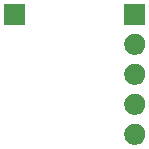
<source format=gbr>
G04 #@! TF.GenerationSoftware,KiCad,Pcbnew,(5.1.5-0-10_14)*
G04 #@! TF.CreationDate,2020-08-04T22:07:34-06:00*
G04 #@! TF.ProjectId,business_card_v1,62757369-6e65-4737-935f-636172645f76,rev?*
G04 #@! TF.SameCoordinates,Original*
G04 #@! TF.FileFunction,Soldermask,Bot*
G04 #@! TF.FilePolarity,Negative*
%FSLAX46Y46*%
G04 Gerber Fmt 4.6, Leading zero omitted, Abs format (unit mm)*
G04 Created by KiCad (PCBNEW (5.1.5-0-10_14)) date 2020-08-04 22:07:34*
%MOMM*%
%LPD*%
G04 APERTURE LIST*
%ADD10C,0.100000*%
G04 APERTURE END LIST*
D10*
G36*
X136763512Y-120113927D02*
G01*
X136912812Y-120143624D01*
X137076784Y-120211544D01*
X137224354Y-120310147D01*
X137349853Y-120435646D01*
X137448456Y-120583216D01*
X137516376Y-120747188D01*
X137551000Y-120921259D01*
X137551000Y-121098741D01*
X137516376Y-121272812D01*
X137448456Y-121436784D01*
X137349853Y-121584354D01*
X137224354Y-121709853D01*
X137076784Y-121808456D01*
X136912812Y-121876376D01*
X136763512Y-121906073D01*
X136738742Y-121911000D01*
X136561258Y-121911000D01*
X136536488Y-121906073D01*
X136387188Y-121876376D01*
X136223216Y-121808456D01*
X136075646Y-121709853D01*
X135950147Y-121584354D01*
X135851544Y-121436784D01*
X135783624Y-121272812D01*
X135749000Y-121098741D01*
X135749000Y-120921259D01*
X135783624Y-120747188D01*
X135851544Y-120583216D01*
X135950147Y-120435646D01*
X136075646Y-120310147D01*
X136223216Y-120211544D01*
X136387188Y-120143624D01*
X136536488Y-120113927D01*
X136561258Y-120109000D01*
X136738742Y-120109000D01*
X136763512Y-120113927D01*
G37*
G36*
X136763512Y-117573927D02*
G01*
X136912812Y-117603624D01*
X137076784Y-117671544D01*
X137224354Y-117770147D01*
X137349853Y-117895646D01*
X137448456Y-118043216D01*
X137516376Y-118207188D01*
X137551000Y-118381259D01*
X137551000Y-118558741D01*
X137516376Y-118732812D01*
X137448456Y-118896784D01*
X137349853Y-119044354D01*
X137224354Y-119169853D01*
X137076784Y-119268456D01*
X136912812Y-119336376D01*
X136763512Y-119366073D01*
X136738742Y-119371000D01*
X136561258Y-119371000D01*
X136536488Y-119366073D01*
X136387188Y-119336376D01*
X136223216Y-119268456D01*
X136075646Y-119169853D01*
X135950147Y-119044354D01*
X135851544Y-118896784D01*
X135783624Y-118732812D01*
X135749000Y-118558741D01*
X135749000Y-118381259D01*
X135783624Y-118207188D01*
X135851544Y-118043216D01*
X135950147Y-117895646D01*
X136075646Y-117770147D01*
X136223216Y-117671544D01*
X136387188Y-117603624D01*
X136536488Y-117573927D01*
X136561258Y-117569000D01*
X136738742Y-117569000D01*
X136763512Y-117573927D01*
G37*
G36*
X136763512Y-115033927D02*
G01*
X136912812Y-115063624D01*
X137076784Y-115131544D01*
X137224354Y-115230147D01*
X137349853Y-115355646D01*
X137448456Y-115503216D01*
X137516376Y-115667188D01*
X137551000Y-115841259D01*
X137551000Y-116018741D01*
X137516376Y-116192812D01*
X137448456Y-116356784D01*
X137349853Y-116504354D01*
X137224354Y-116629853D01*
X137076784Y-116728456D01*
X136912812Y-116796376D01*
X136763512Y-116826073D01*
X136738742Y-116831000D01*
X136561258Y-116831000D01*
X136536488Y-116826073D01*
X136387188Y-116796376D01*
X136223216Y-116728456D01*
X136075646Y-116629853D01*
X135950147Y-116504354D01*
X135851544Y-116356784D01*
X135783624Y-116192812D01*
X135749000Y-116018741D01*
X135749000Y-115841259D01*
X135783624Y-115667188D01*
X135851544Y-115503216D01*
X135950147Y-115355646D01*
X136075646Y-115230147D01*
X136223216Y-115131544D01*
X136387188Y-115063624D01*
X136536488Y-115033927D01*
X136561258Y-115029000D01*
X136738742Y-115029000D01*
X136763512Y-115033927D01*
G37*
G36*
X136763512Y-112493927D02*
G01*
X136912812Y-112523624D01*
X137076784Y-112591544D01*
X137224354Y-112690147D01*
X137349853Y-112815646D01*
X137448456Y-112963216D01*
X137516376Y-113127188D01*
X137551000Y-113301259D01*
X137551000Y-113478741D01*
X137516376Y-113652812D01*
X137448456Y-113816784D01*
X137349853Y-113964354D01*
X137224354Y-114089853D01*
X137076784Y-114188456D01*
X136912812Y-114256376D01*
X136763512Y-114286073D01*
X136738742Y-114291000D01*
X136561258Y-114291000D01*
X136536488Y-114286073D01*
X136387188Y-114256376D01*
X136223216Y-114188456D01*
X136075646Y-114089853D01*
X135950147Y-113964354D01*
X135851544Y-113816784D01*
X135783624Y-113652812D01*
X135749000Y-113478741D01*
X135749000Y-113301259D01*
X135783624Y-113127188D01*
X135851544Y-112963216D01*
X135950147Y-112815646D01*
X136075646Y-112690147D01*
X136223216Y-112591544D01*
X136387188Y-112523624D01*
X136536488Y-112493927D01*
X136561258Y-112489000D01*
X136738742Y-112489000D01*
X136763512Y-112493927D01*
G37*
G36*
X137551000Y-111751000D02*
G01*
X135749000Y-111751000D01*
X135749000Y-109949000D01*
X137551000Y-109949000D01*
X137551000Y-111751000D01*
G37*
G36*
X127391000Y-111751000D02*
G01*
X125589000Y-111751000D01*
X125589000Y-109949000D01*
X127391000Y-109949000D01*
X127391000Y-111751000D01*
G37*
M02*

</source>
